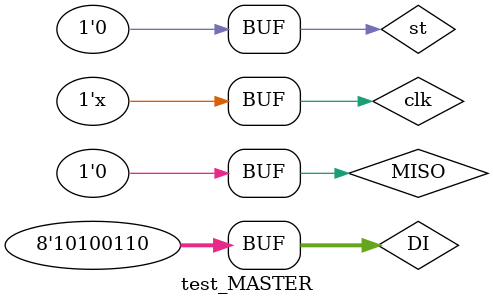
<source format=v>
`timescale 1ns / 1ps


module test_MASTER;

	// Inputs
	reg clk;
	reg st;
	reg MISO;
	reg [7:0] DI;

	// Outputs
	wire LOAD_out;
	wire SCLK_out;
	wire MOSI_out;
	wire [7:0] DO;

	// Instantiate the Unit Under Test (UUT)
	SPI_MASTER uut (
		.clk(clk), 
		.st(st), 
		.MISO(MISO), 
		.DI(DI), 
		.LOAD_out(LOAD_out), 
		.SCLK_out(SCLK_out), 
		.MOSI_out(MOSI_out), 
		.DO(DO)
	);

	initial begin
		// Initialize Inputs
		clk = 0;
		st = 0;
		MISO = 0;
		DI = 8'hA6;

		// Wait 100 ns for global reset to finish
		#100;
       
		st = 1;
		#20;
		st = 0;
		// Add stimulus here

	end
      
		
	always begin
		clk = !clk;
		#10;
	end
endmodule


</source>
